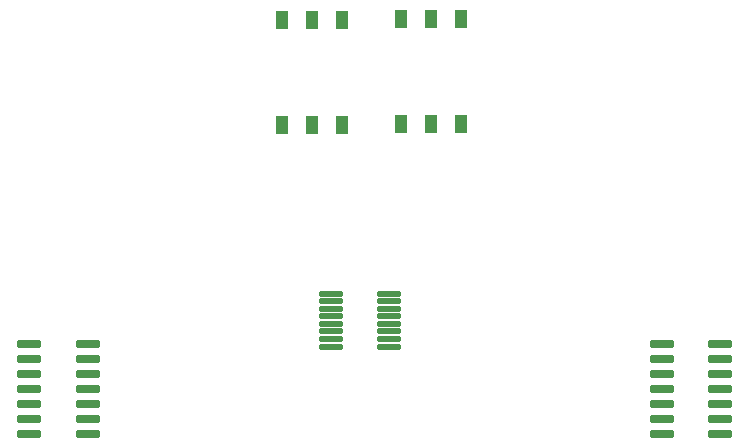
<source format=gbr>
%TF.GenerationSoftware,KiCad,Pcbnew,8.0.1*%
%TF.CreationDate,2024-04-13T13:32:27+05:30*%
%TF.ProjectId,piso,7069736f-2e6b-4696-9361-645f70636258,rev?*%
%TF.SameCoordinates,Original*%
%TF.FileFunction,Paste,Top*%
%TF.FilePolarity,Positive*%
%FSLAX46Y46*%
G04 Gerber Fmt 4.6, Leading zero omitted, Abs format (unit mm)*
G04 Created by KiCad (PCBNEW 8.0.1) date 2024-04-13 13:32:27*
%MOMM*%
%LPD*%
G01*
G04 APERTURE LIST*
G04 Aperture macros list*
%AMRoundRect*
0 Rectangle with rounded corners*
0 $1 Rounding radius*
0 $2 $3 $4 $5 $6 $7 $8 $9 X,Y pos of 4 corners*
0 Add a 4 corners polygon primitive as box body*
4,1,4,$2,$3,$4,$5,$6,$7,$8,$9,$2,$3,0*
0 Add four circle primitives for the rounded corners*
1,1,$1+$1,$2,$3*
1,1,$1+$1,$4,$5*
1,1,$1+$1,$6,$7*
1,1,$1+$1,$8,$9*
0 Add four rect primitives between the rounded corners*
20,1,$1+$1,$2,$3,$4,$5,0*
20,1,$1+$1,$4,$5,$6,$7,0*
20,1,$1+$1,$6,$7,$8,$9,0*
20,1,$1+$1,$8,$9,$2,$3,0*%
G04 Aperture macros list end*
%ADD10RoundRect,0.020500X-0.959500X-0.184500X0.959500X-0.184500X0.959500X0.184500X-0.959500X0.184500X0*%
%ADD11R,1.100000X1.500000*%
%ADD12RoundRect,0.090000X-0.895000X-0.210000X0.895000X-0.210000X0.895000X0.210000X-0.895000X0.210000X0*%
G04 APERTURE END LIST*
D10*
%TO.C,U2*%
X143020000Y-118260000D03*
X143020000Y-118900000D03*
X143020000Y-119540000D03*
X143020000Y-120180000D03*
X143020000Y-120820000D03*
X143020000Y-121460000D03*
X143020000Y-122100000D03*
X143020000Y-122740000D03*
X147980000Y-122740000D03*
X147980000Y-122100000D03*
X147980000Y-121460000D03*
X147980000Y-120820000D03*
X147980000Y-120180000D03*
X147980000Y-119540000D03*
X147980000Y-118900000D03*
X147980000Y-118260000D03*
%TD*%
D11*
%TO.C,S1*%
X144000000Y-95050000D03*
X144000000Y-103950000D03*
X141460000Y-95050000D03*
X141460000Y-103950000D03*
X138920000Y-95050000D03*
X138920000Y-103950000D03*
%TD*%
D12*
%TO.C,U3*%
X117500000Y-122500000D03*
X117500000Y-123770000D03*
X117500000Y-125040000D03*
X117500000Y-126310000D03*
X117500000Y-127580000D03*
X117500000Y-128850000D03*
X117500000Y-130120000D03*
X122450000Y-130120000D03*
X122450000Y-128850000D03*
X122450000Y-127580000D03*
X122450000Y-126310000D03*
X122450000Y-125040000D03*
X122450000Y-123770000D03*
X122450000Y-122500000D03*
%TD*%
D11*
%TO.C,S2*%
X154000000Y-95000000D03*
X154000000Y-103900000D03*
X151460000Y-95000000D03*
X151460000Y-103900000D03*
X148920000Y-95000000D03*
X148920000Y-103900000D03*
%TD*%
D12*
%TO.C,U4*%
X171050000Y-122500000D03*
X171050000Y-123770000D03*
X171050000Y-125040000D03*
X171050000Y-126310000D03*
X171050000Y-127580000D03*
X171050000Y-128850000D03*
X171050000Y-130120000D03*
X176000000Y-130120000D03*
X176000000Y-128850000D03*
X176000000Y-127580000D03*
X176000000Y-126310000D03*
X176000000Y-125040000D03*
X176000000Y-123770000D03*
X176000000Y-122500000D03*
%TD*%
M02*

</source>
